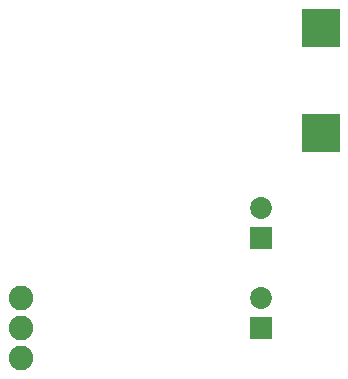
<source format=gbs>
G75*
%MOIN*%
%OFA0B0*%
%FSLAX24Y24*%
%IPPOS*%
%LPD*%
%AMOC8*
5,1,8,0,0,1.08239X$1,22.5*
%
%ADD10R,0.0730X0.0730*%
%ADD11C,0.0730*%
%ADD12C,0.0820*%
%ADD13R,0.1261X0.1261*%
D10*
X009490Y002300D03*
X009490Y005300D03*
D11*
X009490Y006300D03*
X009490Y003300D03*
D12*
X001490Y001300D03*
X001490Y002300D03*
X001490Y003300D03*
D13*
X011490Y008800D03*
X011490Y012300D03*
M02*

</source>
